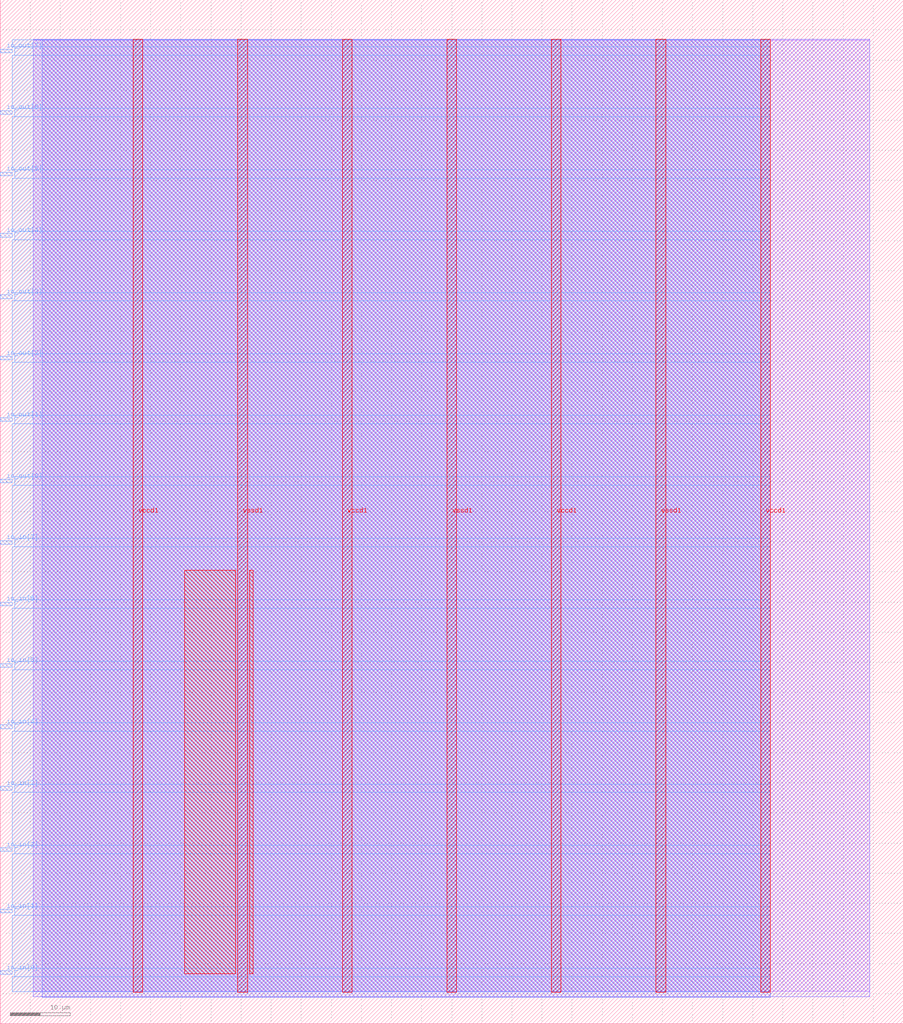
<source format=lef>
VERSION 5.7 ;
  NOWIREEXTENSIONATPIN ON ;
  DIVIDERCHAR "/" ;
  BUSBITCHARS "[]" ;
MACRO user_module_347894637149553236
  CLASS BLOCK ;
  FOREIGN user_module_347894637149553236 ;
  ORIGIN 0.000 0.000 ;
  SIZE 150.000 BY 170.000 ;
  PIN io_in[0]
    DIRECTION INPUT ;
    USE SIGNAL ;
    PORT
      LAYER met3 ;
        RECT 0.000 8.200 2.000 8.800 ;
    END
  END io_in[0]
  PIN io_in[1]
    DIRECTION INPUT ;
    USE SIGNAL ;
    PORT
      LAYER met3 ;
        RECT 0.000 18.400 2.000 19.000 ;
    END
  END io_in[1]
  PIN io_in[2]
    DIRECTION INPUT ;
    USE SIGNAL ;
    PORT
      LAYER met3 ;
        RECT 0.000 28.600 2.000 29.200 ;
    END
  END io_in[2]
  PIN io_in[3]
    DIRECTION INPUT ;
    USE SIGNAL ;
    PORT
      LAYER met3 ;
        RECT 0.000 38.800 2.000 39.400 ;
    END
  END io_in[3]
  PIN io_in[4]
    DIRECTION INPUT ;
    USE SIGNAL ;
    PORT
      LAYER met3 ;
        RECT 0.000 49.000 2.000 49.600 ;
    END
  END io_in[4]
  PIN io_in[5]
    DIRECTION INPUT ;
    USE SIGNAL ;
    PORT
      LAYER met3 ;
        RECT 0.000 59.200 2.000 59.800 ;
    END
  END io_in[5]
  PIN io_in[6]
    DIRECTION INPUT ;
    USE SIGNAL ;
    PORT
      LAYER met3 ;
        RECT 0.000 69.400 2.000 70.000 ;
    END
  END io_in[6]
  PIN io_in[7]
    DIRECTION INPUT ;
    USE SIGNAL ;
    PORT
      LAYER met3 ;
        RECT 0.000 79.600 2.000 80.200 ;
    END
  END io_in[7]
  PIN io_out[0]
    DIRECTION OUTPUT TRISTATE ;
    USE SIGNAL ;
    PORT
      LAYER met3 ;
        RECT 0.000 89.800 2.000 90.400 ;
    END
  END io_out[0]
  PIN io_out[1]
    DIRECTION OUTPUT TRISTATE ;
    USE SIGNAL ;
    PORT
      LAYER met3 ;
        RECT 0.000 100.000 2.000 100.600 ;
    END
  END io_out[1]
  PIN io_out[2]
    DIRECTION OUTPUT TRISTATE ;
    USE SIGNAL ;
    PORT
      LAYER met3 ;
        RECT 0.000 110.200 2.000 110.800 ;
    END
  END io_out[2]
  PIN io_out[3]
    DIRECTION OUTPUT TRISTATE ;
    USE SIGNAL ;
    PORT
      LAYER met3 ;
        RECT 0.000 120.400 2.000 121.000 ;
    END
  END io_out[3]
  PIN io_out[4]
    DIRECTION OUTPUT TRISTATE ;
    USE SIGNAL ;
    PORT
      LAYER met3 ;
        RECT 0.000 130.600 2.000 131.200 ;
    END
  END io_out[4]
  PIN io_out[5]
    DIRECTION OUTPUT TRISTATE ;
    USE SIGNAL ;
    PORT
      LAYER met3 ;
        RECT 0.000 140.800 2.000 141.400 ;
    END
  END io_out[5]
  PIN io_out[6]
    DIRECTION OUTPUT TRISTATE ;
    USE SIGNAL ;
    PORT
      LAYER met3 ;
        RECT 0.000 151.000 2.000 151.600 ;
    END
  END io_out[6]
  PIN io_out[7]
    DIRECTION OUTPUT TRISTATE ;
    USE SIGNAL ;
    PORT
      LAYER met3 ;
        RECT 0.000 161.200 2.000 161.800 ;
    END
  END io_out[7]
  PIN vccd1
    DIRECTION INOUT ;
    USE POWER ;
    PORT
      LAYER met4 ;
        RECT 22.090 5.200 23.690 163.440 ;
    END
    PORT
      LAYER met4 ;
        RECT 56.830 5.200 58.430 163.440 ;
    END
    PORT
      LAYER met4 ;
        RECT 91.570 5.200 93.170 163.440 ;
    END
    PORT
      LAYER met4 ;
        RECT 126.310 5.200 127.910 163.440 ;
    END
  END vccd1
  PIN vssd1
    DIRECTION INOUT ;
    USE GROUND ;
    PORT
      LAYER met4 ;
        RECT 39.460 5.200 41.060 163.440 ;
    END
    PORT
      LAYER met4 ;
        RECT 74.200 5.200 75.800 163.440 ;
    END
    PORT
      LAYER met4 ;
        RECT 108.940 5.200 110.540 163.440 ;
    END
  END vssd1
  OBS
      LAYER li1 ;
        RECT 5.520 5.355 144.440 163.285 ;
      LAYER met1 ;
        RECT 5.520 4.460 144.440 163.440 ;
      LAYER met2 ;
        RECT 6.990 4.430 127.880 163.385 ;
      LAYER met3 ;
        RECT 2.000 162.200 127.900 163.365 ;
        RECT 2.400 160.800 127.900 162.200 ;
        RECT 2.000 152.000 127.900 160.800 ;
        RECT 2.400 150.600 127.900 152.000 ;
        RECT 2.000 141.800 127.900 150.600 ;
        RECT 2.400 140.400 127.900 141.800 ;
        RECT 2.000 131.600 127.900 140.400 ;
        RECT 2.400 130.200 127.900 131.600 ;
        RECT 2.000 121.400 127.900 130.200 ;
        RECT 2.400 120.000 127.900 121.400 ;
        RECT 2.000 111.200 127.900 120.000 ;
        RECT 2.400 109.800 127.900 111.200 ;
        RECT 2.000 101.000 127.900 109.800 ;
        RECT 2.400 99.600 127.900 101.000 ;
        RECT 2.000 90.800 127.900 99.600 ;
        RECT 2.400 89.400 127.900 90.800 ;
        RECT 2.000 80.600 127.900 89.400 ;
        RECT 2.400 79.200 127.900 80.600 ;
        RECT 2.000 70.400 127.900 79.200 ;
        RECT 2.400 69.000 127.900 70.400 ;
        RECT 2.000 60.200 127.900 69.000 ;
        RECT 2.400 58.800 127.900 60.200 ;
        RECT 2.000 50.000 127.900 58.800 ;
        RECT 2.400 48.600 127.900 50.000 ;
        RECT 2.000 39.800 127.900 48.600 ;
        RECT 2.400 38.400 127.900 39.800 ;
        RECT 2.000 29.600 127.900 38.400 ;
        RECT 2.400 28.200 127.900 29.600 ;
        RECT 2.000 19.400 127.900 28.200 ;
        RECT 2.400 18.000 127.900 19.400 ;
        RECT 2.000 9.200 127.900 18.000 ;
        RECT 2.400 7.800 127.900 9.200 ;
        RECT 2.000 5.275 127.900 7.800 ;
      LAYER met4 ;
        RECT 30.655 8.335 39.060 75.305 ;
        RECT 41.460 8.335 42.025 75.305 ;
  END
END user_module_347894637149553236
END LIBRARY


</source>
